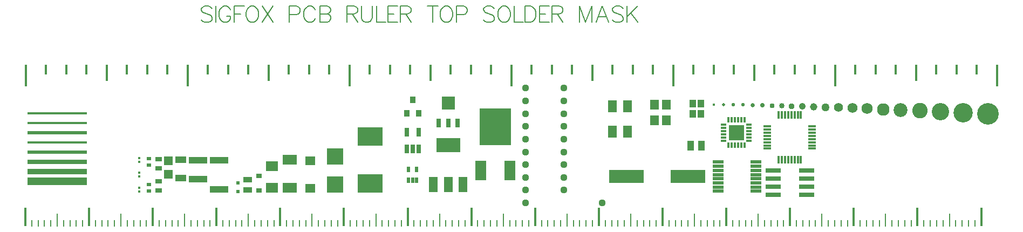
<source format=gts>
%FSLAX43Y43*%
%MOMM*%
G71*
G01*
G75*
G04 Layer_Color=8388736*
%ADD10R,0.250X0.800*%
%ADD11R,0.800X0.250*%
%ADD12R,1.300X1.200*%
%ADD13R,1.600X0.900*%
%ADD14R,2.800X1.000*%
%ADD15R,2.800X1.000*%
%ADD16R,1.200X1.800*%
%ADD17R,1.200X1.400*%
%ADD18R,0.900X1.050*%
%ADD19R,1.470X1.270*%
%ADD20R,0.830X0.630*%
%ADD21R,0.600X0.500*%
%ADD22R,0.900X0.600*%
%ADD23R,0.300X0.300*%
%ADD24R,0.800X0.900*%
%ADD25R,0.550X1.200*%
%ADD26R,1.143X0.254*%
%ADD27R,0.254X1.143*%
%ADD28R,4.826X5.715*%
%ADD29R,1.600X3.000*%
%ADD30R,2.400X2.400*%
%ADD31R,3.800X2.800*%
%ADD32R,0.400X0.750*%
%ADD33R,1.219X2.235*%
%ADD34R,3.600X2.200*%
%ADD35R,5.334X1.930*%
%ADD36R,2.210X0.610*%
%ADD37R,0.580X1.200*%
%ADD38R,2.000X2.000*%
%ADD39R,1.000X1.400*%
%ADD40C,1.000*%
%ADD41R,0.350X0.350*%
%ADD42R,1.800X1.400*%
%ADD43R,2.100X1.400*%
%ADD44R,1.600X0.350*%
%ADD45R,1.200X0.800*%
%ADD46C,1.000*%
%ADD47C,0.152*%
%ADD48R,2.400X2.400*%
%ADD49R,0.300X3.000*%
%ADD50R,0.200X1.000*%
%ADD51R,0.200X2.000*%
%ADD52R,0.300X3.500*%
%ADD53R,0.300X1.500*%
%ADD54R,0.300X2.500*%
%ADD55R,9.398X1.016*%
%ADD56R,9.398X0.762*%
%ADD57R,9.398X0.610*%
%ADD58R,9.398X0.457*%
%ADD59R,9.398X0.305*%
%ADD60R,9.398X0.254*%
%ADD61R,9.398X0.203*%
%ADD62R,9.398X0.152*%
%ADD63R,0.330X0.686*%
%ADD64R,0.400X0.750*%
%ADD65C,0.321*%
%ADD66C,0.361*%
%ADD67C,0.405*%
%ADD68C,0.455*%
%ADD69C,0.511*%
%ADD70C,0.573*%
%ADD71C,0.644*%
%ADD72C,0.723*%
%ADD73C,0.812*%
%ADD74C,0.912*%
%ADD75C,1.020*%
%ADD76C,1.150*%
%ADD77C,1.290*%
%ADD78C,1.450*%
%ADD79C,1.630*%
%ADD80C,1.830*%
%ADD81C,2.050*%
%ADD82C,2.300*%
%ADD83C,2.590*%
%ADD84C,2.910*%
%ADD85C,3.260*%
%ADD86R,1.270X0.559*%
%ADD87R,0.559X1.270*%
%ADD88R,0.890X2.600*%
%ADD89R,5.600X3.600*%
%ADD90R,0.320X0.600*%
%ADD91R,0.600X0.320*%
%ADD92R,1.000X1.950*%
%ADD93C,0.154*%
%ADD94C,0.200*%
%ADD95C,0.150*%
%ADD96C,0.170*%
%ADD97C,0.160*%
%ADD98C,0.155*%
%ADD99C,0.100*%
%ADD100C,0.120*%
%ADD101C,0.127*%
%ADD102C,0.250*%
%ADD103C,0.250*%
%ADD104C,0.254*%
%ADD105R,0.300X2.400*%
%ADD106R,0.864X1.093*%
%ADD107R,9.398X0.406*%
%ADD108R,9.398X0.508*%
%ADD109R,9.398X0.914*%
%ADD110R,9.398X1.168*%
%ADD111R,0.377X0.927*%
%ADD112R,0.927X0.377*%
%ADD113R,1.427X1.327*%
%ADD114R,1.727X1.027*%
%ADD115R,2.927X1.127*%
%ADD116R,2.927X1.127*%
%ADD117R,1.327X1.927*%
%ADD118R,1.327X1.527*%
%ADD119R,1.027X1.177*%
%ADD120R,1.597X1.397*%
%ADD121R,0.957X0.757*%
%ADD122R,0.727X0.627*%
%ADD123R,1.027X0.727*%
%ADD124R,0.427X0.427*%
%ADD125R,0.927X1.027*%
%ADD126R,0.677X1.327*%
%ADD127R,1.270X0.381*%
%ADD128R,0.381X1.270*%
%ADD129R,4.953X5.842*%
%ADD130R,1.727X3.127*%
%ADD131R,2.527X2.527*%
%ADD132R,3.927X2.927*%
%ADD133R,0.527X0.877*%
%ADD134R,1.346X2.362*%
%ADD135R,3.727X2.327*%
%ADD136R,5.461X2.057*%
%ADD137R,2.337X0.737*%
%ADD138R,0.707X1.327*%
%ADD139R,2.127X2.127*%
%ADD140R,1.127X1.527*%
%ADD141C,1.127*%
%ADD142R,0.477X0.477*%
%ADD143R,1.927X1.527*%
%ADD144R,2.227X1.527*%
%ADD145R,1.727X0.477*%
%ADD146R,1.327X0.927*%
%ADD147C,0.448*%
%ADD148C,0.488*%
%ADD149C,0.532*%
%ADD150C,0.582*%
%ADD151C,0.638*%
%ADD152C,0.700*%
%ADD153C,0.771*%
%ADD154C,0.850*%
%ADD155C,0.939*%
%ADD156C,1.039*%
%ADD157C,1.147*%
%ADD158C,1.277*%
%ADD159C,1.417*%
%ADD160C,1.577*%
%ADD161C,1.757*%
%ADD162C,1.957*%
%ADD163C,2.177*%
%ADD164C,2.427*%
%ADD165C,2.717*%
%ADD166C,3.037*%
%ADD167C,3.387*%
D47*
X30497Y34227D02*
X30255Y34469D01*
X29892Y34590D01*
X29409Y34590D01*
X29046Y34469D01*
X28804Y34227D01*
X28804Y33985D01*
X28925Y33743D01*
X29046Y33622D01*
X29288Y33501D01*
X30013Y33259D01*
X30255Y33138D01*
X30376Y33018D01*
X30497Y32776D01*
X30497Y32413D01*
X30255Y32171D01*
X29892Y32050D01*
X29409Y32050D01*
X29046Y32171D01*
X28804Y32413D01*
X31065Y34590D02*
X31065Y32050D01*
X33411Y33985D02*
X33290Y34227D01*
X33049Y34469D01*
X32807Y34590D01*
X32323Y34590D01*
X32081Y34469D01*
X31839Y34227D01*
X31718Y33985D01*
X31597Y33622D01*
X31597Y33018D01*
X31718Y32655D01*
X31839Y32413D01*
X32081Y32171D01*
X32323Y32050D01*
X32807Y32050D01*
X33049Y32171D01*
X33290Y32413D01*
X33411Y32655D01*
X33411Y33018D01*
X32807Y33018D02*
X33411Y33018D01*
X33992Y34590D02*
X33992Y32050D01*
X33992Y34590D02*
X35564Y34590D01*
X33992Y33380D02*
X34959Y33380D01*
X36580Y34590D02*
X36338Y34469D01*
X36096Y34227D01*
X35975Y33985D01*
X35854Y33622D01*
X35854Y33018D01*
X35975Y32655D01*
X36096Y32413D01*
X36338Y32171D01*
X36580Y32050D01*
X37063Y32050D01*
X37305Y32171D01*
X37547Y32413D01*
X37668Y32655D01*
X37789Y33018D01*
X37789Y33622D01*
X37668Y33985D01*
X37547Y34227D01*
X37305Y34469D01*
X37063Y34590D01*
X36580Y34590D01*
X38381Y34590D02*
X40074Y32050D01*
X40074Y34590D02*
X38381Y32050D01*
X42638Y33259D02*
X43726Y33259D01*
X44089Y33380D01*
X44210Y33501D01*
X44331Y33743D01*
X44331Y34106D01*
X44210Y34348D01*
X44089Y34469D01*
X43726Y34590D01*
X42638Y34590D01*
X42638Y32050D01*
X46713Y33985D02*
X46592Y34227D01*
X46350Y34469D01*
X46109Y34590D01*
X45625Y34590D01*
X45383Y34469D01*
X45141Y34227D01*
X45020Y33985D01*
X44899Y33622D01*
X44899Y33018D01*
X45020Y32655D01*
X45141Y32413D01*
X45383Y32171D01*
X45625Y32050D01*
X46109Y32050D01*
X46350Y32171D01*
X46592Y32413D01*
X46713Y32655D01*
X47427Y34590D02*
X47427Y32050D01*
X47427Y34590D02*
X48515Y34590D01*
X48878Y34469D01*
X48999Y34348D01*
X49120Y34106D01*
X49120Y33864D01*
X48999Y33622D01*
X48878Y33501D01*
X48515Y33380D01*
X47427Y33380D02*
X48515Y33380D01*
X48878Y33259D01*
X48999Y33138D01*
X49120Y32897D01*
X49120Y32534D01*
X48999Y32292D01*
X48878Y32171D01*
X48515Y32050D01*
X47427Y32050D01*
X51683Y34590D02*
X51683Y32050D01*
X51683Y34590D02*
X52772Y34590D01*
X53134Y34469D01*
X53255Y34348D01*
X53376Y34106D01*
X53376Y33864D01*
X53255Y33622D01*
X53134Y33501D01*
X52772Y33380D01*
X51683Y33380D01*
X52530Y33380D02*
X53376Y32050D01*
X53945Y34590D02*
X53945Y32776D01*
X54066Y32413D01*
X54307Y32171D01*
X54670Y32050D01*
X54912Y32050D01*
X55275Y32171D01*
X55517Y32413D01*
X55638Y32776D01*
X55638Y34590D01*
X56339Y34590D02*
X56339Y32050D01*
X57790Y32050D01*
X59640Y34590D02*
X58068Y34590D01*
X58068Y32050D01*
X59640Y32050D01*
X58068Y33380D02*
X59036Y33380D01*
X60063Y34590D02*
X60063Y32050D01*
X60063Y34590D02*
X61152Y34590D01*
X61515Y34469D01*
X61636Y34348D01*
X61756Y34106D01*
X61756Y33864D01*
X61636Y33622D01*
X61515Y33501D01*
X61152Y33380D01*
X60063Y33380D01*
X60910Y33380D02*
X61756Y32050D01*
X65167Y34590D02*
X65167Y32050D01*
X64320Y34590D02*
X66013Y34590D01*
X67041Y34590D02*
X66799Y34469D01*
X66557Y34227D01*
X66436Y33985D01*
X66315Y33622D01*
X66315Y33018D01*
X66436Y32655D01*
X66557Y32413D01*
X66799Y32171D01*
X67041Y32050D01*
X67525Y32050D01*
X67767Y32171D01*
X68008Y32413D01*
X68129Y32655D01*
X68250Y33018D01*
X68250Y33622D01*
X68129Y33985D01*
X68008Y34227D01*
X67767Y34469D01*
X67525Y34590D01*
X67041Y34590D01*
X68843Y33259D02*
X69931Y33259D01*
X70294Y33380D01*
X70415Y33501D01*
X70536Y33743D01*
X70536Y34106D01*
X70415Y34348D01*
X70294Y34469D01*
X69931Y34590D01*
X68843Y34590D01*
X68843Y32050D01*
X74792Y34227D02*
X74550Y34469D01*
X74188Y34590D01*
X73704Y34590D01*
X73341Y34469D01*
X73099Y34227D01*
X73099Y33985D01*
X73220Y33743D01*
X73341Y33622D01*
X73583Y33501D01*
X74309Y33259D01*
X74550Y33138D01*
X74671Y33018D01*
X74792Y32776D01*
X74792Y32413D01*
X74550Y32171D01*
X74188Y32050D01*
X73704Y32050D01*
X73341Y32171D01*
X73099Y32413D01*
X76086Y34590D02*
X75844Y34469D01*
X75603Y34227D01*
X75482Y33985D01*
X75361Y33622D01*
X75361Y33018D01*
X75482Y32655D01*
X75603Y32413D01*
X75844Y32171D01*
X76086Y32050D01*
X76570Y32050D01*
X76812Y32171D01*
X77054Y32413D01*
X77175Y32655D01*
X77296Y33018D01*
X77296Y33622D01*
X77175Y33985D01*
X77054Y34227D01*
X76812Y34469D01*
X76570Y34590D01*
X76086Y34590D01*
X77888Y34590D02*
X77888Y32050D01*
X79339Y32050D01*
X79617Y34590D02*
X79617Y32050D01*
X79617Y34590D02*
X80464Y34590D01*
X80827Y34469D01*
X81068Y34227D01*
X81189Y33985D01*
X81310Y33622D01*
X81310Y33018D01*
X81189Y32655D01*
X81068Y32413D01*
X80827Y32171D01*
X80464Y32050D01*
X79617Y32050D01*
X83451Y34590D02*
X81879Y34590D01*
X81879Y32050D01*
X83451Y32050D01*
X81879Y33380D02*
X82846Y33380D01*
X83874Y34590D02*
X83874Y32050D01*
X83874Y34590D02*
X84962Y34590D01*
X85325Y34469D01*
X85446Y34348D01*
X85567Y34106D01*
X85567Y33864D01*
X85446Y33622D01*
X85325Y33501D01*
X84962Y33380D01*
X83874Y33380D01*
X84720Y33380D02*
X85567Y32050D01*
X88131Y34590D02*
X88131Y32050D01*
X88131Y34590D02*
X89098Y32050D01*
X90065Y34590D02*
X89098Y32050D01*
X90065Y34590D02*
X90065Y32050D01*
X92726Y32050D02*
X91758Y34590D01*
X90791Y32050D01*
X91154Y32897D02*
X92363Y32897D01*
X95011Y34227D02*
X94769Y34469D01*
X94407Y34590D01*
X93923Y34590D01*
X93560Y34469D01*
X93318Y34227D01*
X93318Y33985D01*
X93439Y33743D01*
X93560Y33622D01*
X93802Y33501D01*
X94528Y33259D01*
X94769Y33138D01*
X94890Y33018D01*
X95011Y32776D01*
X95011Y32413D01*
X94769Y32171D01*
X94407Y32050D01*
X93923Y32050D01*
X93560Y32171D01*
X93318Y32413D01*
X95580Y34590D02*
X95580Y32050D01*
X97273Y34590D02*
X95580Y32897D01*
X96184Y33501D02*
X97273Y32050D01*
D48*
X112776Y14732D02*
D03*
D49*
X141200Y1500D02*
D03*
X151200Y1500D02*
D03*
X131200Y1500D02*
D03*
X141200Y1500D02*
D03*
X121200Y1500D02*
D03*
X131200Y1500D02*
D03*
X111200Y1500D02*
D03*
X121200Y1500D02*
D03*
X101200Y1500D02*
D03*
X111200Y1500D02*
D03*
X91200Y1500D02*
D03*
X101200Y1500D02*
D03*
X81200Y1500D02*
D03*
X91200Y1500D02*
D03*
X71200Y1500D02*
D03*
X81200Y1500D02*
D03*
X61200Y1500D02*
D03*
X71200Y1500D02*
D03*
X51200Y1500D02*
D03*
X61200Y1500D02*
D03*
X41200Y1500D02*
D03*
X51200Y1500D02*
D03*
X31200Y1500D02*
D03*
X41200Y1500D02*
D03*
X21200Y1500D02*
D03*
X31200Y1500D02*
D03*
X11200Y1500D02*
D03*
X21200Y1500D02*
D03*
X1200Y1500D02*
D03*
X11200Y1500D02*
D03*
D50*
X142200Y500D02*
D03*
X143200Y500D02*
D03*
X144200Y500D02*
D03*
X145200Y500D02*
D03*
X147200Y500D02*
D03*
X148200Y500D02*
D03*
X149200Y500D02*
D03*
X150200Y500D02*
D03*
X132200Y500D02*
D03*
X133200Y500D02*
D03*
X134200Y500D02*
D03*
X135200Y500D02*
D03*
X137200Y500D02*
D03*
X138200Y500D02*
D03*
X139200Y500D02*
D03*
X140200Y500D02*
D03*
X122200Y500D02*
D03*
X123200Y500D02*
D03*
X124200Y500D02*
D03*
X125200Y500D02*
D03*
X127200Y500D02*
D03*
X128200Y500D02*
D03*
X129200Y500D02*
D03*
X130200Y500D02*
D03*
X112200Y500D02*
D03*
X113200Y500D02*
D03*
X114200Y500D02*
D03*
X115200Y500D02*
D03*
X117200Y500D02*
D03*
X118200Y500D02*
D03*
X119200Y500D02*
D03*
X120200Y500D02*
D03*
X102200Y500D02*
D03*
X103200Y500D02*
D03*
X104200Y500D02*
D03*
X105200Y500D02*
D03*
X107200Y500D02*
D03*
X108200Y500D02*
D03*
X109200Y500D02*
D03*
X110200Y500D02*
D03*
X92200Y500D02*
D03*
X93200Y500D02*
D03*
X94200Y500D02*
D03*
X95200Y500D02*
D03*
X97200Y500D02*
D03*
X98200Y500D02*
D03*
X99200Y500D02*
D03*
X100200Y500D02*
D03*
X82200Y500D02*
D03*
X83200Y500D02*
D03*
X84200Y500D02*
D03*
X85200Y500D02*
D03*
X87200Y500D02*
D03*
X88200Y500D02*
D03*
X89200Y500D02*
D03*
X90200Y500D02*
D03*
X72200Y500D02*
D03*
X73200Y500D02*
D03*
X74200Y500D02*
D03*
X75200Y500D02*
D03*
X77200Y500D02*
D03*
X78200Y500D02*
D03*
X79200Y500D02*
D03*
X80200Y500D02*
D03*
X62200Y500D02*
D03*
X63200Y500D02*
D03*
X64200Y500D02*
D03*
X65200Y500D02*
D03*
X67200Y500D02*
D03*
X68200Y500D02*
D03*
X69200Y500D02*
D03*
X70200Y500D02*
D03*
X52200Y500D02*
D03*
X53200Y500D02*
D03*
X54200Y500D02*
D03*
X55200Y500D02*
D03*
X57200Y500D02*
D03*
X58200Y500D02*
D03*
X59200Y500D02*
D03*
X60200Y500D02*
D03*
X42200Y500D02*
D03*
X43200Y500D02*
D03*
X44200Y500D02*
D03*
X45200Y500D02*
D03*
X47200Y500D02*
D03*
X48200Y500D02*
D03*
X49200Y500D02*
D03*
X50200Y500D02*
D03*
X32200Y500D02*
D03*
X33200Y500D02*
D03*
X34200Y500D02*
D03*
X35200Y500D02*
D03*
X37200Y500D02*
D03*
X38200Y500D02*
D03*
X39200Y500D02*
D03*
X40200Y500D02*
D03*
X22200Y500D02*
D03*
X23200Y500D02*
D03*
X24200Y500D02*
D03*
X25200Y500D02*
D03*
X27200Y500D02*
D03*
X28200Y500D02*
D03*
X29200Y500D02*
D03*
X30200Y500D02*
D03*
X12200Y500D02*
D03*
X13200Y500D02*
D03*
X14200Y500D02*
D03*
X15200Y500D02*
D03*
X17200Y500D02*
D03*
X18200Y500D02*
D03*
X19200Y500D02*
D03*
X20200Y500D02*
D03*
X2200Y500D02*
D03*
X3200Y500D02*
D03*
X4200Y500D02*
D03*
X5200Y500D02*
D03*
X7200Y500D02*
D03*
X8200Y500D02*
D03*
X9200Y500D02*
D03*
X10200Y500D02*
D03*
D51*
X146200Y1000D02*
D03*
X136200Y1000D02*
D03*
X126200Y1000D02*
D03*
X116200Y1000D02*
D03*
X106200Y1000D02*
D03*
X96200Y1000D02*
D03*
X86200Y1000D02*
D03*
X76200Y1000D02*
D03*
X66200Y1000D02*
D03*
X56200Y1000D02*
D03*
X46200Y1000D02*
D03*
X36200Y1000D02*
D03*
X26200Y1000D02*
D03*
X16200Y1000D02*
D03*
X6200Y1000D02*
D03*
D52*
X128270Y23650D02*
D03*
X153670Y23650D02*
D03*
X102870Y23650D02*
D03*
X128270Y23650D02*
D03*
X77470Y23650D02*
D03*
X102870Y23650D02*
D03*
X52070Y23650D02*
D03*
X77470Y23650D02*
D03*
X26670Y23650D02*
D03*
X52070Y23650D02*
D03*
X1270Y23650D02*
D03*
X26670Y23650D02*
D03*
D53*
X131445Y24650D02*
D03*
X134620Y24650D02*
D03*
X137795Y24650D02*
D03*
X144145Y24650D02*
D03*
X147320Y24650D02*
D03*
X150495Y24650D02*
D03*
X106045Y24650D02*
D03*
X109220Y24650D02*
D03*
X112395Y24650D02*
D03*
X118745Y24650D02*
D03*
X121920Y24650D02*
D03*
X125095Y24650D02*
D03*
X80645Y24650D02*
D03*
X83820Y24650D02*
D03*
X86995Y24650D02*
D03*
X93345Y24650D02*
D03*
X96520Y24650D02*
D03*
X99695Y24650D02*
D03*
X55245Y24650D02*
D03*
X58420Y24650D02*
D03*
X61595Y24650D02*
D03*
X67945Y24650D02*
D03*
X71120Y24650D02*
D03*
X74295Y24650D02*
D03*
X29845Y24650D02*
D03*
X33020Y24650D02*
D03*
X36195Y24650D02*
D03*
X42545Y24650D02*
D03*
X45720Y24650D02*
D03*
X48895Y24650D02*
D03*
X4445Y24650D02*
D03*
X7620Y24650D02*
D03*
X10795Y24650D02*
D03*
X17145Y24650D02*
D03*
X20320Y24650D02*
D03*
X23495Y24650D02*
D03*
D54*
X140970Y24150D02*
D03*
X115570Y24150D02*
D03*
X90170Y24150D02*
D03*
X64770Y24150D02*
D03*
X39370Y24150D02*
D03*
X13970Y24150D02*
D03*
D56*
X6223Y10135D02*
D03*
D57*
X6223Y11684D02*
D03*
D58*
X6223Y16256D02*
D03*
X6223Y13208D02*
D03*
D107*
X6223Y17780D02*
D03*
D108*
X6223Y14732D02*
D03*
D109*
X6223Y8636D02*
D03*
D110*
X6223Y7112D02*
D03*
D111*
X111526Y16732D02*
D03*
X112026Y16732D02*
D03*
X112526Y16732D02*
D03*
X113026Y16732D02*
D03*
X113526Y16732D02*
D03*
X114026Y16732D02*
D03*
X114026Y12732D02*
D03*
X113526Y12732D02*
D03*
X113026Y12732D02*
D03*
X112526Y12732D02*
D03*
X112026Y12732D02*
D03*
X111526Y12732D02*
D03*
D112*
X114776Y15982D02*
D03*
X114776Y15482D02*
D03*
X114776Y14982D02*
D03*
X114776Y14482D02*
D03*
X114776Y13982D02*
D03*
X114776Y13482D02*
D03*
X110776Y13482D02*
D03*
X110776Y13982D02*
D03*
X110776Y14482D02*
D03*
X110776Y14982D02*
D03*
X110776Y15482D02*
D03*
X110776Y15982D02*
D03*
D113*
X23622Y10321D02*
D03*
X23622Y8221D02*
D03*
D114*
X25578Y10467D02*
D03*
X25578Y7567D02*
D03*
D115*
X28296Y7415D02*
D03*
X28296Y10415D02*
D03*
D116*
X31623Y10428D02*
D03*
X31623Y5828D02*
D03*
D117*
X93313Y14891D02*
D03*
X93313Y18891D02*
D03*
X95713Y18891D02*
D03*
X95713Y14891D02*
D03*
D118*
X99888Y16682D02*
D03*
X99888Y19082D02*
D03*
X101788Y19082D02*
D03*
X101788Y16682D02*
D03*
D119*
X105978Y17696D02*
D03*
X105978Y19286D02*
D03*
X107178Y19286D02*
D03*
X107178Y17696D02*
D03*
D120*
X45872Y6003D02*
D03*
X45872Y10303D02*
D03*
D121*
X37846Y5657D02*
D03*
X37846Y7957D02*
D03*
D122*
X20574Y6596D02*
D03*
X20574Y5596D02*
D03*
X20574Y10660D02*
D03*
X20574Y9660D02*
D03*
D123*
X22098Y7125D02*
D03*
X22098Y5625D02*
D03*
X22098Y10605D02*
D03*
X22098Y9105D02*
D03*
D124*
X19050Y8428D02*
D03*
X19050Y7828D02*
D03*
X19050Y6091D02*
D03*
X19050Y5491D02*
D03*
X19050Y10765D02*
D03*
X19050Y10165D02*
D03*
D125*
X61026Y17796D02*
D03*
X62926Y17796D02*
D03*
X61976Y19896D02*
D03*
D126*
X61026Y12162D02*
D03*
X61976Y12162D02*
D03*
X62926Y12162D02*
D03*
X62926Y14762D02*
D03*
X61026Y14762D02*
D03*
D127*
X117658Y15720D02*
D03*
X117658Y15220D02*
D03*
X117658Y14720D02*
D03*
X117658Y14220D02*
D03*
X117658Y13720D02*
D03*
X117658Y13220D02*
D03*
X117658Y12720D02*
D03*
X117658Y12220D02*
D03*
X124658Y12220D02*
D03*
X124658Y12720D02*
D03*
X124658Y13220D02*
D03*
X124658Y13720D02*
D03*
X124658Y14220D02*
D03*
X124658Y14720D02*
D03*
X124658Y15220D02*
D03*
X124658Y15720D02*
D03*
D128*
X119408Y10470D02*
D03*
X119908Y10470D02*
D03*
X120408Y10470D02*
D03*
X120908Y10470D02*
D03*
X121408Y10470D02*
D03*
X121908Y10470D02*
D03*
X122408Y10470D02*
D03*
X122908Y10470D02*
D03*
X122908Y17470D02*
D03*
X122408Y17470D02*
D03*
X121908Y17470D02*
D03*
X121408Y17470D02*
D03*
X120908Y17470D02*
D03*
X120408Y17470D02*
D03*
X119908Y17470D02*
D03*
X119408Y17470D02*
D03*
D129*
X74930Y15685D02*
D03*
D130*
X77210Y8787D02*
D03*
X72650Y8787D02*
D03*
D131*
X49784Y6563D02*
D03*
X49784Y10963D02*
D03*
D132*
X55347Y14139D02*
D03*
X55347Y6739D02*
D03*
D133*
X61326Y8953D02*
D03*
X62626Y8953D02*
D03*
X62626Y7303D02*
D03*
X61976Y7303D02*
D03*
X61326Y7303D02*
D03*
D134*
X65253Y6553D02*
D03*
X67564Y6553D02*
D03*
X69875Y6553D02*
D03*
D135*
X67564Y12751D02*
D03*
D136*
X105156Y7874D02*
D03*
X95504Y7874D02*
D03*
D137*
X118542Y8763D02*
D03*
X118542Y7493D02*
D03*
X118542Y6223D02*
D03*
X118542Y4953D02*
D03*
X123774Y4953D02*
D03*
X123774Y6223D02*
D03*
X123774Y7493D02*
D03*
X123774Y8763D02*
D03*
D138*
X66064Y16234D02*
D03*
X67564Y16234D02*
D03*
X69064Y16234D02*
D03*
D139*
X67564Y19334D02*
D03*
D140*
X107276Y12700D02*
D03*
X105576Y12700D02*
D03*
D141*
X91694Y3700D02*
D03*
X79694Y3700D02*
D03*
X85694Y5700D02*
D03*
X79694Y5700D02*
D03*
X79694Y7700D02*
D03*
X85694Y7700D02*
D03*
X79694Y9700D02*
D03*
X85694Y9700D02*
D03*
X79694Y11700D02*
D03*
X85694Y11700D02*
D03*
X79694Y13700D02*
D03*
X85694Y13700D02*
D03*
X79694Y15700D02*
D03*
X85694Y15700D02*
D03*
X79694Y17700D02*
D03*
X85694Y17700D02*
D03*
X79694Y19700D02*
D03*
X85694Y19700D02*
D03*
X79694Y21700D02*
D03*
X85694Y21700D02*
D03*
D142*
X34544Y5523D02*
D03*
X34544Y6873D02*
D03*
D143*
X39878Y6047D02*
D03*
X39878Y9447D02*
D03*
D144*
X42672Y6080D02*
D03*
X42672Y10480D02*
D03*
D145*
X109926Y10099D02*
D03*
X109926Y9449D02*
D03*
X109926Y8799D02*
D03*
X109926Y8149D02*
D03*
X109926Y7499D02*
D03*
X109926Y6849D02*
D03*
X109926Y6199D02*
D03*
X109926Y5549D02*
D03*
X115826Y5549D02*
D03*
X115826Y6199D02*
D03*
X115826Y6849D02*
D03*
X115826Y7499D02*
D03*
X115826Y8149D02*
D03*
X115826Y8799D02*
D03*
X115826Y9449D02*
D03*
X115826Y10099D02*
D03*
D146*
X36068Y7353D02*
D03*
X36068Y5753D02*
D03*
D147*
X109220Y19143D02*
D03*
D148*
X110744Y19124D02*
D03*
D149*
X112268Y19102D02*
D03*
D150*
X113792Y19076D02*
D03*
D151*
X115316Y19049D02*
D03*
D152*
X116840Y19017D02*
D03*
D153*
X118364Y18982D02*
D03*
D154*
X119888Y18943D02*
D03*
D155*
X121455Y18898D02*
D03*
D156*
X123118Y18848D02*
D03*
D157*
X124883Y18794D02*
D03*
D158*
X126769Y18729D02*
D03*
D159*
X128788Y18659D02*
D03*
D160*
X130959Y18579D02*
D03*
D161*
X133298Y18489D02*
D03*
D162*
X135829Y18389D02*
D03*
D163*
X138568Y18279D02*
D03*
D164*
X141544Y18154D02*
D03*
D165*
X144788Y18009D02*
D03*
D166*
X148339Y17849D02*
D03*
D167*
X152223Y17674D02*
D03*
M02*

</source>
